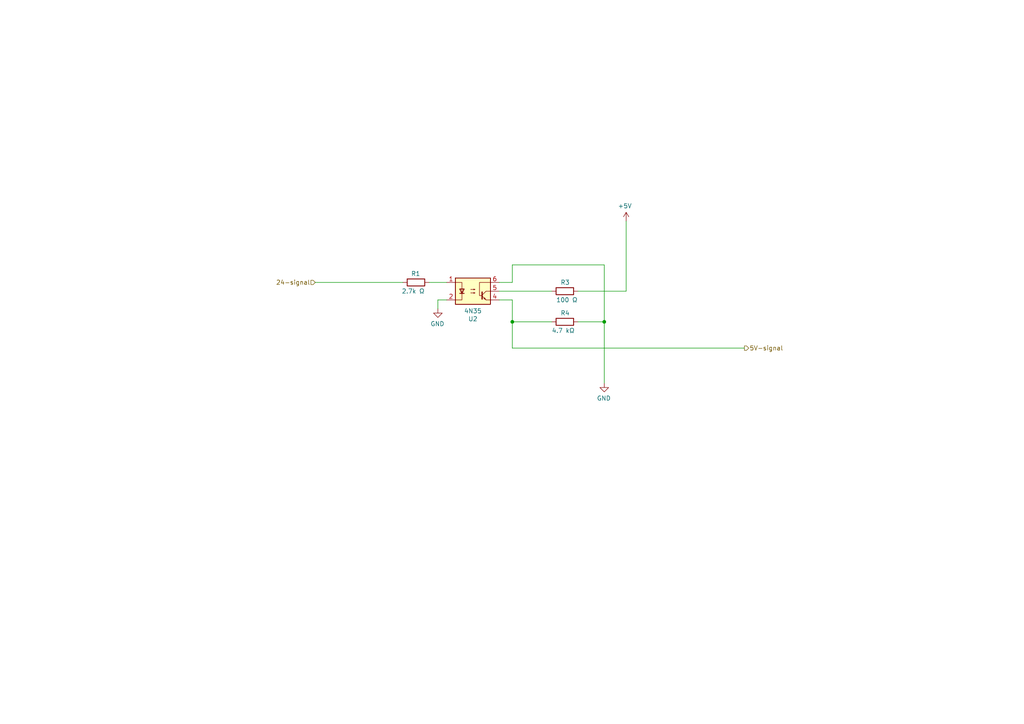
<source format=kicad_sch>
(kicad_sch (version 20211123) (generator eeschema)
  (paper "A4")
  (title_block (title "${project_title} - ${board_title}") (date "2022-08-11") (rev "${git_describe}") (company "${company}") (comment 1 "${drawn_by}") (comment 4 "${git_url}"))
  (lib_symbols
    (symbol "Device:R" (pin_numbers hide) (pin_names (offset 0))
      (property "Reference" "R" (at 2.032 0 90))
      (property "Value" "R" (at 0 0 90))
      (symbol "R_0_1"
        (rectangle (start -1.016 -2.54) (end 1.016 2.54) (stroke (width 0.254)))
      )
      (symbol "R_1_1"
        (pin passive line (at 0 3.81 270) (length 1.27) (name "~") (number "1"))
        (pin passive line (at 0 -3.81 90) (length 1.27) (name "~") (number "2"))
      )
    )
    (symbol "Isolator:4N35" (pin_names (offset 1.016))
      (property "Reference" "U" (at -5.08 5.08 0))
      (property "Value" "4N35" (at 0 5.08 0))
      (symbol "4N35_0_1"
        (rectangle (start -5.08 3.81) (end 5.08 -3.81) (stroke (width 0.254)) (fill (type background)))
        (polyline (pts (xy -3.81 -0.635) (xy -2.54 -0.635)) (stroke (width 0.254)))
        (polyline (pts (xy 2.667 -1.397) (xy 3.81 -2.54)))
        (polyline (pts (xy 2.667 -1.143) (xy 3.81 0)))
        (polyline (pts (xy 3.81 -2.54) (xy 5.08 -2.54)))
        (polyline (pts (xy 3.81 0) (xy 5.08 0)))
        (polyline (pts (xy 2.667 -0.254) (xy 2.667 -2.286) (xy 2.667 -2.286)) (stroke (width 0.3556)))
        (polyline (pts (xy -5.08 -2.54) (xy -3.175 -2.54) (xy -3.175 2.54) (xy -5.08 2.54)))
        (polyline (pts (xy -3.175 -0.635) (xy -3.81 0.635) (xy -2.54 0.635) (xy -3.175 -0.635)) (stroke (width 0.254)))
        (polyline (pts (xy 3.683 -2.413) (xy 3.429 -1.905) (xy 3.175 -2.159) (xy 3.683 -2.413)))
        (polyline (pts (xy 5.08 2.54) (xy 1.905 2.54) (xy 1.905 -1.27) (xy 2.54 -1.27)))
        (polyline (pts (xy -0.635 -0.508) (xy 0.635 -0.508) (xy 0.254 -0.635) (xy 0.254 -0.381) (xy 0.635 -0.508)))
        (polyline (pts (xy -0.635 0.508) (xy 0.635 0.508) (xy 0.254 0.381) (xy 0.254 0.635) (xy 0.635 0.508)))
      )
      (symbol "4N35_1_1"
        (pin passive line (at -7.62 2.54 0) (length 2.54) (name "~") (number "1"))
        (pin passive line (at -7.62 -2.54 0) (length 2.54) (name "~") (number "2"))
        (pin no_connect line (at -5.08 0 0) (length 2.54) hide (name "NC") (number "3"))
        (pin passive line (at 7.62 -2.54 180) (length 2.54) (name "~") (number "4"))
        (pin passive line (at 7.62 0 180) (length 2.54) (name "~") (number "5"))
        (pin passive line (at 7.62 2.54 180) (length 2.54) (name "~") (number "6"))
      )
    )
    (symbol "power:+5V" (power) (pin_names (offset 0))
      (property "Value" "+5V" (at 0 3.556 0))
      (symbol "+5V_0_1"
        (polyline (pts (xy -0.762 1.27) (xy 0 2.54)))
        (polyline (pts (xy 0 0) (xy 0 2.54)))
        (polyline (pts (xy 0 2.54) (xy 0.762 1.27)))
      )
      (symbol "+5V_1_1"
        (pin power_in line (at 0 0 90) (length 0) hide (name "+5V") (number "1"))
      )
    )
    (symbol "power:GND" (power) (pin_names (offset 0))
      (property "Value" "GND" (at 0 -3.81 0))
      (symbol "GND_0_1"
        (polyline (pts (xy 0 0) (xy 0 -1.27) (xy 1.27 -1.27) (xy 0 -2.54) (xy -1.27 -1.27) (xy 0 -1.27)))
      )
      (symbol "GND_1_1"
        (pin power_in line (at 0 0 270) (length 0) hide (name "GND") (number "1"))
      )
    )
  )
  (junction (at 148.59 93.345))
  (junction (at 175.26 93.345))
  (wire (pts (xy 181.61 84.455) (xy 181.61 64.135)))
  (wire (pts (xy 167.64 84.455) (xy 181.61 84.455)))
  (wire (pts (xy 148.59 100.965) (xy 215.9 100.965)))
  (wire (pts (xy 148.59 76.835) (xy 175.26 76.835)))
  (wire (pts (xy 148.59 100.965) (xy 148.59 93.345)))
  (wire (pts (xy 91.44 81.915) (xy 116.84 81.915)))
  (wire (pts (xy 144.78 81.915) (xy 148.59 81.915)))
  (wire (pts (xy 127 86.995) (xy 127 89.535)))
  (wire (pts (xy 175.26 93.345) (xy 175.26 76.835)))
  (wire (pts (xy 175.26 93.345) (xy 167.64 93.345)))
  (wire (pts (xy 160.02 93.345) (xy 148.59 93.345)))
  (wire (pts (xy 129.54 81.915) (xy 124.46 81.915)))
  (wire (pts (xy 144.78 84.455) (xy 160.02 84.455)))
  (wire (pts (xy 129.54 86.995) (xy 127 86.995)))
  (wire (pts (xy 175.26 93.345) (xy 175.26 111.125)))
  (wire (pts (xy 148.59 86.995) (xy 148.59 93.345)))
  (wire (pts (xy 148.59 81.915) (xy 148.59 76.835)))
  (wire (pts (xy 144.78 86.995) (xy 148.59 86.995)))
  (hierarchical_label "5V-signal" (shape output) (at 215.9 100.965 0))
  (hierarchical_label "24-signal" (shape input) (at 91.44 81.915 180))
  (symbol (lib_id "power:+5V") (at 181.61 64.135 0) (mirror y) (unit 1)
    (property "Reference" "#PWR0109" (effects hide))
    (property "Value" "+5V" (at 181.229 59.7408 0))
  )
  (symbol (lib_id "Device:R") (at 163.83 93.345 270) (mirror x) (unit 1)
    (property "Reference" "R4" (at 162.56 90.805 90) (effects (justify left)))
    (property "Value" "4.7 kΩ" (at 160.02 95.885 90) (effects (justify left)))
    (property "Footprint" "Resistor_SMD:R_0805_2012Metric" (effects hide))
  )
  (symbol (lib_id "power:GND") (at 127 89.535 0) (mirror y) (unit 1)
    (property "Reference" "#PWR0108" (effects hide))
    (property "Value" "GND" (at 126.873 93.9292 0))
  )
  (symbol (lib_id "Isolator:4N35") (at 137.16 84.455 0) (unit 1)
    (property "Reference" "U2" (at 137.16 92.5068 0))
    (property "Value" "4N35" (at 137.16 90.1954 0))
    (property "Footprint" "Package_DIP:DIP-6_W7.62mm_Socket" (effects hide))
    (property "Datasheet" "https://www.vishay.com/docs/81181/4n35.pdf" (effects hide))
  )
  (symbol (lib_id "Device:R") (at 120.65 81.915 90) (mirror x) (unit 1)
    (property "Reference" "R1" (at 121.92 79.375 90) (effects (justify left)))
    (property "Value" "2.7k Ω" (at 123.19 84.455 90) (effects (justify left)))
    (property "Footprint" "Resistor_SMD:R_0805_2012Metric" (effects hide))
  )
  (symbol (lib_id "power:GND") (at 175.26 111.125 0) (mirror y) (unit 1)
    (property "Reference" "#PWR0110" (effects hide))
    (property "Value" "GND" (at 175.133 115.5192 0))
  )
  (symbol (lib_id "Device:R") (at 163.83 84.455 270) (mirror x) (unit 1)
    (property "Reference" "R3" (at 162.56 81.915 90) (effects (justify left)))
    (property "Value" "100 Ω" (at 161.29 86.995 90) (effects (justify left)))
    (property "Footprint" "Resistor_SMD:R_0805_2012Metric" (effects hide))
  )
)
</source>
